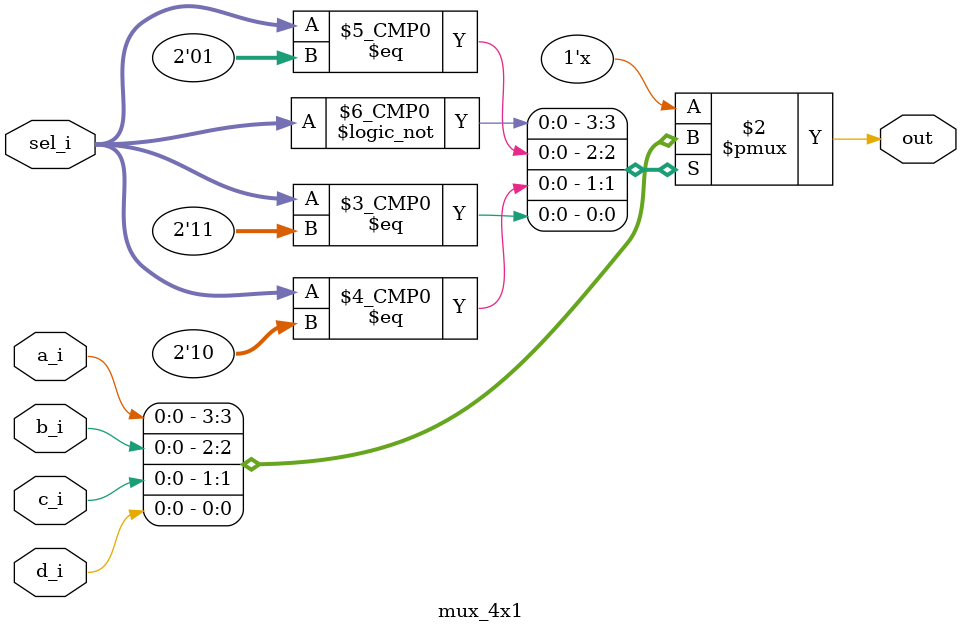
<source format=v>
/* 
 * We can't use wire as the datatype in "always" block.(sequentail circuit)
 * 
 */

module mux_4x1 (
    input wire a_i,
    input wire b_i,
    input wire c_i,
    input wire d_i,
    input wire [1:0]sel_i,
    output reg out
);
    always @(a_i or b_i or c_i or d_i or sel_i) begin
        case (sel_i)
            2'b00:  out = a_i;
            2'b01:  out = b_i;
            2'b10:  out = c_i;
            2'b11:  out = d_i;
            default:    out = a_i;
        endcase
    end
    
endmodule
</source>
